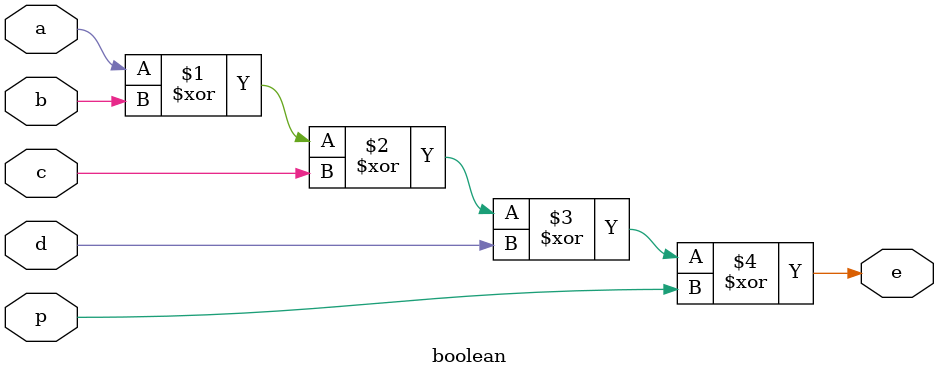
<source format=v>
`timescale 1ns / 1ps

module boolean(
    input a,
    input b,
    input c,
    input d,
    input p,
    output e
    );
assign e = a^b^c^d^p;

endmodule
</source>
